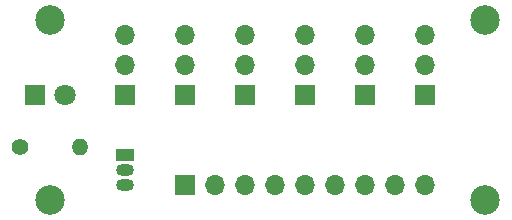
<source format=gbr>
%TF.GenerationSoftware,KiCad,Pcbnew,7.0.11*%
%TF.CreationDate,2024-03-05T22:51:16-06:00*%
%TF.ProjectId,moistureSensorShield,6d6f6973-7475-4726-9553-656e736f7253,0*%
%TF.SameCoordinates,Original*%
%TF.FileFunction,Soldermask,Bot*%
%TF.FilePolarity,Negative*%
%FSLAX46Y46*%
G04 Gerber Fmt 4.6, Leading zero omitted, Abs format (unit mm)*
G04 Created by KiCad (PCBNEW 7.0.11) date 2024-03-05 22:51:16*
%MOMM*%
%LPD*%
G01*
G04 APERTURE LIST*
%ADD10O,1.400000X1.400000*%
%ADD11C,1.400000*%
%ADD12R,1.800000X1.800000*%
%ADD13C,1.800000*%
%ADD14R,1.700000X1.700000*%
%ADD15O,1.700000X1.700000*%
%ADD16C,2.500000*%
%ADD17R,1.500000X1.050000*%
%ADD18O,1.500000X1.050000*%
G04 APERTURE END LIST*
D10*
%TO.C,R1*%
X158750000Y-93345000D03*
D11*
X153670000Y-93345000D03*
%TD*%
D12*
%TO.C,D1*%
X154935000Y-88900000D03*
D13*
X157475000Y-88900000D03*
%TD*%
D14*
%TO.C,J7*%
X187960000Y-88900000D03*
D15*
X187960000Y-86360000D03*
X187960000Y-83820000D03*
%TD*%
D14*
%TO.C,J3*%
X167640000Y-88900000D03*
D15*
X167640000Y-86360000D03*
X167640000Y-83820000D03*
%TD*%
D16*
%TO.C,H1*%
X156210000Y-82550000D03*
%TD*%
D17*
%TO.C,Q1*%
X162560000Y-93980000D03*
D18*
X162560000Y-95250000D03*
X162560000Y-96520000D03*
%TD*%
D16*
%TO.C,H3*%
X156210000Y-97790000D03*
%TD*%
D14*
%TO.C,J2*%
X162560000Y-88900000D03*
D15*
X162560000Y-86360000D03*
X162560000Y-83820000D03*
%TD*%
D16*
%TO.C,H2*%
X193040000Y-82550000D03*
%TD*%
D14*
%TO.C,J5*%
X177800000Y-88900000D03*
D15*
X177800000Y-86360000D03*
X177800000Y-83820000D03*
%TD*%
D14*
%TO.C,J1*%
X167640000Y-96520000D03*
D15*
X170180000Y-96520000D03*
X172720000Y-96520000D03*
X175260000Y-96520000D03*
X177800000Y-96520000D03*
X180340000Y-96520000D03*
X182880000Y-96520000D03*
X185420000Y-96520000D03*
X187960000Y-96520000D03*
%TD*%
D14*
%TO.C,J6*%
X182880000Y-88900000D03*
D15*
X182880000Y-86360000D03*
X182880000Y-83820000D03*
%TD*%
D14*
%TO.C,J4*%
X172720000Y-88900000D03*
D15*
X172720000Y-86360000D03*
X172720000Y-83820000D03*
%TD*%
D16*
%TO.C,H4*%
X193040000Y-97790000D03*
%TD*%
M02*

</source>
